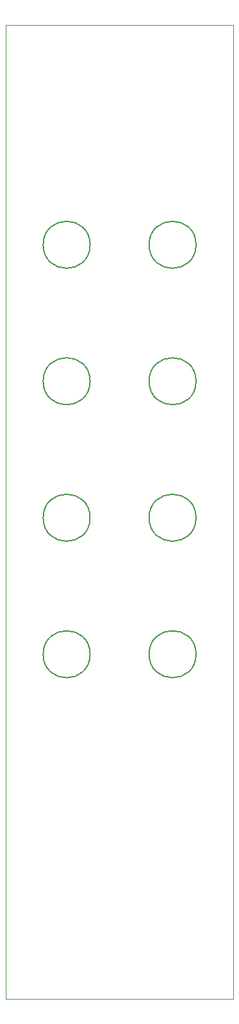
<source format=gm1>
%TF.GenerationSoftware,KiCad,Pcbnew,(6.0.1)*%
%TF.CreationDate,2022-10-17T21:48:52-04:00*%
%TF.ProjectId,ER-VCA2-01-PANEL,45522d56-4341-4322-9d30-312d50414e45,1*%
%TF.SameCoordinates,Original*%
%TF.FileFunction,Profile,NP*%
%FSLAX46Y46*%
G04 Gerber Fmt 4.6, Leading zero omitted, Abs format (unit mm)*
G04 Created by KiCad (PCBNEW (6.0.1)) date 2022-10-17 21:48:52*
%MOMM*%
%LPD*%
G01*
G04 APERTURE LIST*
%TA.AperFunction,Profile*%
%ADD10C,0.150000*%
%TD*%
%TA.AperFunction,Profile*%
%ADD11C,0.100000*%
%TD*%
G04 APERTURE END LIST*
D10*
X11100000Y-83000000D02*
G75*
G03*
X11100000Y-83000000I-3100000J0D01*
G01*
X11100000Y-47000000D02*
G75*
G03*
X11100000Y-47000000I-3100000J0D01*
G01*
D11*
X0Y0D02*
X30000000Y0D01*
X30000000Y0D02*
X30000000Y-128500000D01*
X30000000Y-128500000D02*
X0Y-128500000D01*
X0Y-128500000D02*
X0Y0D01*
D10*
X11100000Y-29000000D02*
G75*
G03*
X11100000Y-29000000I-3100000J0D01*
G01*
X25100000Y-47000000D02*
G75*
G03*
X25100000Y-47000000I-3100000J0D01*
G01*
X11100000Y-65000000D02*
G75*
G03*
X11100000Y-65000000I-3100000J0D01*
G01*
X25100000Y-65000000D02*
G75*
G03*
X25100000Y-65000000I-3100000J0D01*
G01*
X25100000Y-83000000D02*
G75*
G03*
X25100000Y-83000000I-3100000J0D01*
G01*
X25100000Y-29000000D02*
G75*
G03*
X25100000Y-29000000I-3100000J0D01*
G01*
M02*

</source>
